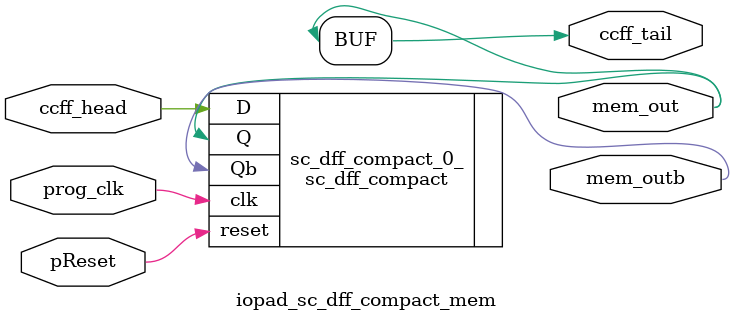
<source format=v>
`timescale 1ns / 1ps

module mux_2level_tapbuf_size6_mem(pReset,
                                   prog_clk,
                                   ccff_head,
                                   ccff_tail,
                                   mem_out,
                                   mem_outb);
//----- GLOBAL PORTS -----
input [0:0] pReset;
//----- GLOBAL PORTS -----
input [0:0] prog_clk;
//----- INPUT PORTS -----
input [0:0] ccff_head;
//----- OUTPUT PORTS -----
output [0:0] ccff_tail;
//----- OUTPUT PORTS -----
output [0:5] mem_out;
//----- OUTPUT PORTS -----
output [0:5] mem_outb;

//----- BEGIN wire-connection ports -----
//----- END wire-connection ports -----


//----- BEGIN Registered ports -----
//----- END Registered ports -----



// ----- BEGIN Local short connections -----
// ----- END Local short connections -----
// ----- BEGIN Local output short connections -----
	assign ccff_tail[0] = mem_out[5];
// ----- END Local output short connections -----

	sc_dff_compact sc_dff_compact_0_ (
		.reset(pReset[0]),
		.clk(prog_clk[0]),
		.D(ccff_head[0]),
		.Q(mem_out[0]),
		.Qb(mem_outb[0]));

	sc_dff_compact sc_dff_compact_1_ (
		.reset(pReset[0]),
		.clk(prog_clk[0]),
		.D(mem_out[0]),
		.Q(mem_out[1]),
		.Qb(mem_outb[1]));

	sc_dff_compact sc_dff_compact_2_ (
		.reset(pReset[0]),
		.clk(prog_clk[0]),
		.D(mem_out[1]),
		.Q(mem_out[2]),
		.Qb(mem_outb[2]));

	sc_dff_compact sc_dff_compact_3_ (
		.reset(pReset[0]),
		.clk(prog_clk[0]),
		.D(mem_out[2]),
		.Q(mem_out[3]),
		.Qb(mem_outb[3]));

	sc_dff_compact sc_dff_compact_4_ (
		.reset(pReset[0]),
		.clk(prog_clk[0]),
		.D(mem_out[3]),
		.Q(mem_out[4]),
		.Qb(mem_outb[4]));

	sc_dff_compact sc_dff_compact_5_ (
		.reset(pReset[0]),
		.clk(prog_clk[0]),
		.D(mem_out[4]),
		.Q(mem_out[5]),
		.Qb(mem_outb[5]));

endmodule
// ----- END Verilog module for mux_2level_tapbuf_size6_mem -----



// ----- Verilog module for mux_2level_tapbuf_size2_mem -----
module mux_2level_tapbuf_size2_mem(pReset,
                                   prog_clk,
                                   ccff_head,
                                   ccff_tail,
                                   mem_out,
                                   mem_outb);
//----- GLOBAL PORTS -----
input [0:0] pReset;
//----- GLOBAL PORTS -----
input [0:0] prog_clk;
//----- INPUT PORTS -----
input [0:0] ccff_head;
//----- OUTPUT PORTS -----
output [0:0] ccff_tail;
//----- OUTPUT PORTS -----
output [0:1] mem_out;
//----- OUTPUT PORTS -----
output [0:1] mem_outb;

//----- BEGIN wire-connection ports -----
//----- END wire-connection ports -----


//----- BEGIN Registered ports -----
//----- END Registered ports -----



// ----- BEGIN Local short connections -----
// ----- END Local short connections -----
// ----- BEGIN Local output short connections -----
	assign ccff_tail[0] = mem_out[1];
// ----- END Local output short connections -----

	sc_dff_compact sc_dff_compact_0_ (
		.reset(pReset[0]),
		.clk(prog_clk[0]),
		.D(ccff_head[0]),
		.Q(mem_out[0]),
		.Qb(mem_outb[0]));

	sc_dff_compact sc_dff_compact_1_ (
		.reset(pReset[0]),
		.clk(prog_clk[0]),
		.D(mem_out[0]),
		.Q(mem_out[1]),
		.Qb(mem_outb[1]));

endmodule
// ----- END Verilog module for mux_2level_tapbuf_size2_mem -----



// ----- Verilog module for mux_2level_tapbuf_size8_mem -----
module mux_2level_tapbuf_size8_mem(pReset,
                                   prog_clk,
                                   ccff_head,
                                   ccff_tail,
                                   mem_out,
                                   mem_outb);
//----- GLOBAL PORTS -----
input [0:0] pReset;
//----- GLOBAL PORTS -----
input [0:0] prog_clk;
//----- INPUT PORTS -----
input [0:0] ccff_head;
//----- OUTPUT PORTS -----
output [0:0] ccff_tail;
//----- OUTPUT PORTS -----
output [0:5] mem_out;
//----- OUTPUT PORTS -----
output [0:5] mem_outb;

//----- BEGIN wire-connection ports -----
//----- END wire-connection ports -----


//----- BEGIN Registered ports -----
//----- END Registered ports -----



// ----- BEGIN Local short connections -----
// ----- END Local short connections -----
// ----- BEGIN Local output short connections -----
	assign ccff_tail[0] = mem_out[5];
// ----- END Local output short connections -----

	sc_dff_compact sc_dff_compact_0_ (
		.reset(pReset[0]),
		.clk(prog_clk[0]),
		.D(ccff_head[0]),
		.Q(mem_out[0]),
		.Qb(mem_outb[0]));

	sc_dff_compact sc_dff_compact_1_ (
		.reset(pReset[0]),
		.clk(prog_clk[0]),
		.D(mem_out[0]),
		.Q(mem_out[1]),
		.Qb(mem_outb[1]));

	sc_dff_compact sc_dff_compact_2_ (
		.reset(pReset[0]),
		.clk(prog_clk[0]),
		.D(mem_out[1]),
		.Q(mem_out[2]),
		.Qb(mem_outb[2]));

	sc_dff_compact sc_dff_compact_3_ (
		.reset(pReset[0]),
		.clk(prog_clk[0]),
		.D(mem_out[2]),
		.Q(mem_out[3]),
		.Qb(mem_outb[3]));

	sc_dff_compact sc_dff_compact_4_ (
		.reset(pReset[0]),
		.clk(prog_clk[0]),
		.D(mem_out[3]),
		.Q(mem_out[4]),
		.Qb(mem_outb[4]));

	sc_dff_compact sc_dff_compact_5_ (
		.reset(pReset[0]),
		.clk(prog_clk[0]),
		.D(mem_out[4]),
		.Q(mem_out[5]),
		.Qb(mem_outb[5]));

endmodule
// ----- END Verilog module for mux_2level_tapbuf_size8_mem -----



// ----- Verilog module for mux_2level_tapbuf_size9_mem -----
module mux_2level_tapbuf_size9_mem(pReset,
                                   prog_clk,
                                   ccff_head,
                                   ccff_tail,
                                   mem_out,
                                   mem_outb);
//----- GLOBAL PORTS -----
input [0:0] pReset;
//----- GLOBAL PORTS -----
input [0:0] prog_clk;
//----- INPUT PORTS -----
input [0:0] ccff_head;
//----- OUTPUT PORTS -----
output [0:0] ccff_tail;
//----- OUTPUT PORTS -----
output [0:7] mem_out;
//----- OUTPUT PORTS -----
output [0:7] mem_outb;

//----- BEGIN wire-connection ports -----
//----- END wire-connection ports -----


//----- BEGIN Registered ports -----
//----- END Registered ports -----



// ----- BEGIN Local short connections -----
// ----- END Local short connections -----
// ----- BEGIN Local output short connections -----
	assign ccff_tail[0] = mem_out[7];
// ----- END Local output short connections -----

	sc_dff_compact sc_dff_compact_0_ (
		.reset(pReset[0]),
		.clk(prog_clk[0]),
		.D(ccff_head[0]),
		.Q(mem_out[0]),
		.Qb(mem_outb[0]));

	sc_dff_compact sc_dff_compact_1_ (
		.reset(pReset[0]),
		.clk(prog_clk[0]),
		.D(mem_out[0]),
		.Q(mem_out[1]),
		.Qb(mem_outb[1]));

	sc_dff_compact sc_dff_compact_2_ (
		.reset(pReset[0]),
		.clk(prog_clk[0]),
		.D(mem_out[1]),
		.Q(mem_out[2]),
		.Qb(mem_outb[2]));

	sc_dff_compact sc_dff_compact_3_ (
		.reset(pReset[0]),
		.clk(prog_clk[0]),
		.D(mem_out[2]),
		.Q(mem_out[3]),
		.Qb(mem_outb[3]));

	sc_dff_compact sc_dff_compact_4_ (
		.reset(pReset[0]),
		.clk(prog_clk[0]),
		.D(mem_out[3]),
		.Q(mem_out[4]),
		.Qb(mem_outb[4]));

	sc_dff_compact sc_dff_compact_5_ (
		.reset(pReset[0]),
		.clk(prog_clk[0]),
		.D(mem_out[4]),
		.Q(mem_out[5]),
		.Qb(mem_outb[5]));

	sc_dff_compact sc_dff_compact_6_ (
		.reset(pReset[0]),
		.clk(prog_clk[0]),
		.D(mem_out[5]),
		.Q(mem_out[6]),
		.Qb(mem_outb[6]));

	sc_dff_compact sc_dff_compact_7_ (
		.reset(pReset[0]),
		.clk(prog_clk[0]),
		.D(mem_out[6]),
		.Q(mem_out[7]),
		.Qb(mem_outb[7]));

endmodule
// ----- END Verilog module for mux_2level_tapbuf_size9_mem -----



// ----- Verilog module for mux_2level_tapbuf_size3_mem -----
module mux_2level_tapbuf_size3_mem(pReset,
                                   prog_clk,
                                   ccff_head,
                                   ccff_tail,
                                   mem_out,
                                   mem_outb);
//----- GLOBAL PORTS -----
input [0:0] pReset;
//----- GLOBAL PORTS -----
input [0:0] prog_clk;
//----- INPUT PORTS -----
input [0:0] ccff_head;
//----- OUTPUT PORTS -----
output [0:0] ccff_tail;
//----- OUTPUT PORTS -----
output [0:1] mem_out;
//----- OUTPUT PORTS -----
output [0:1] mem_outb;

//----- BEGIN wire-connection ports -----
//----- END wire-connection ports -----


//----- BEGIN Registered ports -----
//----- END Registered ports -----



// ----- BEGIN Local short connections -----
// ----- END Local short connections -----
// ----- BEGIN Local output short connections -----
	assign ccff_tail[0] = mem_out[1];
// ----- END Local output short connections -----

	sc_dff_compact sc_dff_compact_0_ (
		.reset(pReset[0]),
		.clk(prog_clk[0]),
		.D(ccff_head[0]),
		.Q(mem_out[0]),
		.Qb(mem_outb[0]));

	sc_dff_compact sc_dff_compact_1_ (
		.reset(pReset[0]),
		.clk(prog_clk[0]),
		.D(mem_out[0]),
		.Q(mem_out[1]),
		.Qb(mem_outb[1]));

endmodule
// ----- END Verilog module for mux_2level_tapbuf_size3_mem -----



// ----- Verilog module for mux_2level_tapbuf_size5_mem -----
module mux_2level_tapbuf_size5_mem(pReset,
                                   prog_clk,
                                   ccff_head,
                                   ccff_tail,
                                   mem_out,
                                   mem_outb);
//----- GLOBAL PORTS -----
input [0:0] pReset;
//----- GLOBAL PORTS -----
input [0:0] prog_clk;
//----- INPUT PORTS -----
input [0:0] ccff_head;
//----- OUTPUT PORTS -----
output [0:0] ccff_tail;
//----- OUTPUT PORTS -----
output [0:5] mem_out;
//----- OUTPUT PORTS -----
output [0:5] mem_outb;

//----- BEGIN wire-connection ports -----
//----- END wire-connection ports -----


//----- BEGIN Registered ports -----
//----- END Registered ports -----



// ----- BEGIN Local short connections -----
// ----- END Local short connections -----
// ----- BEGIN Local output short connections -----
	assign ccff_tail[0] = mem_out[5];
// ----- END Local output short connections -----

	sc_dff_compact sc_dff_compact_0_ (
		.reset(pReset[0]),
		.clk(prog_clk[0]),
		.D(ccff_head[0]),
		.Q(mem_out[0]),
		.Qb(mem_outb[0]));

	sc_dff_compact sc_dff_compact_1_ (
		.reset(pReset[0]),
		.clk(prog_clk[0]),
		.D(mem_out[0]),
		.Q(mem_out[1]),
		.Qb(mem_outb[1]));

	sc_dff_compact sc_dff_compact_2_ (
		.reset(pReset[0]),
		.clk(prog_clk[0]),
		.D(mem_out[1]),
		.Q(mem_out[2]),
		.Qb(mem_outb[2]));

	sc_dff_compact sc_dff_compact_3_ (
		.reset(pReset[0]),
		.clk(prog_clk[0]),
		.D(mem_out[2]),
		.Q(mem_out[3]),
		.Qb(mem_outb[3]));

	sc_dff_compact sc_dff_compact_4_ (
		.reset(pReset[0]),
		.clk(prog_clk[0]),
		.D(mem_out[3]),
		.Q(mem_out[4]),
		.Qb(mem_outb[4]));

	sc_dff_compact sc_dff_compact_5_ (
		.reset(pReset[0]),
		.clk(prog_clk[0]),
		.D(mem_out[4]),
		.Q(mem_out[5]),
		.Qb(mem_outb[5]));

endmodule
// ----- END Verilog module for mux_2level_tapbuf_size5_mem -----



// ----- Verilog module for mux_2level_tapbuf_size4_mem -----
module mux_2level_tapbuf_size4_mem(pReset,
                                   prog_clk,
                                   ccff_head,
                                   ccff_tail,
                                   mem_out,
                                   mem_outb);
//----- GLOBAL PORTS -----
input [0:0] pReset;
//----- GLOBAL PORTS -----
input [0:0] prog_clk;
//----- INPUT PORTS -----
input [0:0] ccff_head;
//----- OUTPUT PORTS -----
output [0:0] ccff_tail;
//----- OUTPUT PORTS -----
output [0:5] mem_out;
//----- OUTPUT PORTS -----
output [0:5] mem_outb;

//----- BEGIN wire-connection ports -----
//----- END wire-connection ports -----


//----- BEGIN Registered ports -----
//----- END Registered ports -----



// ----- BEGIN Local short connections -----
// ----- END Local short connections -----
// ----- BEGIN Local output short connections -----
	assign ccff_tail[0] = mem_out[5];
// ----- END Local output short connections -----

	sc_dff_compact sc_dff_compact_0_ (
		.reset(pReset[0]),
		.clk(prog_clk[0]),
		.D(ccff_head[0]),
		.Q(mem_out[0]),
		.Qb(mem_outb[0]));

	sc_dff_compact sc_dff_compact_1_ (
		.reset(pReset[0]),
		.clk(prog_clk[0]),
		.D(mem_out[0]),
		.Q(mem_out[1]),
		.Qb(mem_outb[1]));

	sc_dff_compact sc_dff_compact_2_ (
		.reset(pReset[0]),
		.clk(prog_clk[0]),
		.D(mem_out[1]),
		.Q(mem_out[2]),
		.Qb(mem_outb[2]));

	sc_dff_compact sc_dff_compact_3_ (
		.reset(pReset[0]),
		.clk(prog_clk[0]),
		.D(mem_out[2]),
		.Q(mem_out[3]),
		.Qb(mem_outb[3]));

	sc_dff_compact sc_dff_compact_4_ (
		.reset(pReset[0]),
		.clk(prog_clk[0]),
		.D(mem_out[3]),
		.Q(mem_out[4]),
		.Qb(mem_outb[4]));

	sc_dff_compact sc_dff_compact_5_ (
		.reset(pReset[0]),
		.clk(prog_clk[0]),
		.D(mem_out[4]),
		.Q(mem_out[5]),
		.Qb(mem_outb[5]));

endmodule
// ----- END Verilog module for mux_2level_tapbuf_size4_mem -----



// ----- Verilog module for mux_2level_size14_mem -----
module mux_2level_size14_mem(pReset,
                             prog_clk,
                             ccff_head,
                             ccff_tail,
                             mem_out,
                             mem_outb);
//----- GLOBAL PORTS -----
input [0:0] pReset;
//----- GLOBAL PORTS -----
input [0:0] prog_clk;
//----- INPUT PORTS -----
input [0:0] ccff_head;
//----- OUTPUT PORTS -----
output [0:0] ccff_tail;
//----- OUTPUT PORTS -----
output [0:7] mem_out;
//----- OUTPUT PORTS -----
output [0:7] mem_outb;

//----- BEGIN wire-connection ports -----
//----- END wire-connection ports -----


//----- BEGIN Registered ports -----
//----- END Registered ports -----



// ----- BEGIN Local short connections -----
// ----- END Local short connections -----
// ----- BEGIN Local output short connections -----
	assign ccff_tail[0] = mem_out[7];
// ----- END Local output short connections -----

	sc_dff_compact sc_dff_compact_0_ (
		.reset(pReset[0]),
		.clk(prog_clk[0]),
		.D(ccff_head[0]),
		.Q(mem_out[0]),
		.Qb(mem_outb[0]));

	sc_dff_compact sc_dff_compact_1_ (
		.reset(pReset[0]),
		.clk(prog_clk[0]),
		.D(mem_out[0]),
		.Q(mem_out[1]),
		.Qb(mem_outb[1]));

	sc_dff_compact sc_dff_compact_2_ (
		.reset(pReset[0]),
		.clk(prog_clk[0]),
		.D(mem_out[1]),
		.Q(mem_out[2]),
		.Qb(mem_outb[2]));

	sc_dff_compact sc_dff_compact_3_ (
		.reset(pReset[0]),
		.clk(prog_clk[0]),
		.D(mem_out[2]),
		.Q(mem_out[3]),
		.Qb(mem_outb[3]));

	sc_dff_compact sc_dff_compact_4_ (
		.reset(pReset[0]),
		.clk(prog_clk[0]),
		.D(mem_out[3]),
		.Q(mem_out[4]),
		.Qb(mem_outb[4]));

	sc_dff_compact sc_dff_compact_5_ (
		.reset(pReset[0]),
		.clk(prog_clk[0]),
		.D(mem_out[4]),
		.Q(mem_out[5]),
		.Qb(mem_outb[5]));

	sc_dff_compact sc_dff_compact_6_ (
		.reset(pReset[0]),
		.clk(prog_clk[0]),
		.D(mem_out[5]),
		.Q(mem_out[6]),
		.Qb(mem_outb[6]));

	sc_dff_compact sc_dff_compact_7_ (
		.reset(pReset[0]),
		.clk(prog_clk[0]),
		.D(mem_out[6]),
		.Q(mem_out[7]),
		.Qb(mem_outb[7]));

endmodule
// ----- END Verilog module for mux_2level_size14_mem -----



// ----- Verilog module for mux_1level_tapbuf_size2_mem -----
module mux_1level_tapbuf_size2_mem(pReset,
                                   prog_clk,
                                   ccff_head,
                                   ccff_tail,
                                   mem_out,
                                   mem_outb);
//----- GLOBAL PORTS -----
input [0:0] pReset;
//----- GLOBAL PORTS -----
input [0:0] prog_clk;
//----- INPUT PORTS -----
input [0:0] ccff_head;
//----- OUTPUT PORTS -----
output [0:0] ccff_tail;
//----- OUTPUT PORTS -----
output [0:2] mem_out;
//----- OUTPUT PORTS -----
output [0:2] mem_outb;

//----- BEGIN wire-connection ports -----
//----- END wire-connection ports -----


//----- BEGIN Registered ports -----
//----- END Registered ports -----



// ----- BEGIN Local short connections -----
// ----- END Local short connections -----
// ----- BEGIN Local output short connections -----
	assign ccff_tail[0] = mem_out[2];
// ----- END Local output short connections -----

	sc_dff_compact sc_dff_compact_0_ (
		.reset(pReset[0]),
		.clk(prog_clk[0]),
		.D(ccff_head[0]),
		.Q(mem_out[0]),
		.Qb(mem_outb[0]));

	sc_dff_compact sc_dff_compact_1_ (
		.reset(pReset[0]),
		.clk(prog_clk[0]),
		.D(mem_out[0]),
		.Q(mem_out[1]),
		.Qb(mem_outb[1]));

	sc_dff_compact sc_dff_compact_2_ (
		.reset(pReset[0]),
		.clk(prog_clk[0]),
		.D(mem_out[1]),
		.Q(mem_out[2]),
		.Qb(mem_outb[2]));

endmodule
// ----- END Verilog module for mux_1level_tapbuf_size2_mem -----



// ----- Verilog module for lut4_sc_dff_compact_mem -----
module lut4_sc_dff_compact_mem(pReset,
                               prog_clk,
                               ccff_head,
                               ccff_tail,
                               mem_out,
                               mem_outb);
//----- GLOBAL PORTS -----
input [0:0] pReset;
//----- GLOBAL PORTS -----
input [0:0] prog_clk;
//----- INPUT PORTS -----
input [0:0] ccff_head;
//----- OUTPUT PORTS -----
output [0:0] ccff_tail;
//----- OUTPUT PORTS -----
output [0:15] mem_out;
//----- OUTPUT PORTS -----
output [0:15] mem_outb;

//----- BEGIN wire-connection ports -----
//----- END wire-connection ports -----


//----- BEGIN Registered ports -----
//----- END Registered ports -----



// ----- BEGIN Local short connections -----
// ----- END Local short connections -----
// ----- BEGIN Local output short connections -----
	assign ccff_tail[0] = mem_out[15];
// ----- END Local output short connections -----

	sc_dff_compact sc_dff_compact_0_ (
		.reset(pReset[0]),
		.clk(prog_clk[0]),
		.D(ccff_head[0]),
		.Q(mem_out[0]),
		.Qb(mem_outb[0]));

	sc_dff_compact sc_dff_compact_1_ (
		.reset(pReset[0]),
		.clk(prog_clk[0]),
		.D(mem_out[0]),
		.Q(mem_out[1]),
		.Qb(mem_outb[1]));

	sc_dff_compact sc_dff_compact_2_ (
		.reset(pReset[0]),
		.clk(prog_clk[0]),
		.D(mem_out[1]),
		.Q(mem_out[2]),
		.Qb(mem_outb[2]));

	sc_dff_compact sc_dff_compact_3_ (
		.reset(pReset[0]),
		.clk(prog_clk[0]),
		.D(mem_out[2]),
		.Q(mem_out[3]),
		.Qb(mem_outb[3]));

	sc_dff_compact sc_dff_compact_4_ (
		.reset(pReset[0]),
		.clk(prog_clk[0]),
		.D(mem_out[3]),
		.Q(mem_out[4]),
		.Qb(mem_outb[4]));

	sc_dff_compact sc_dff_compact_5_ (
		.reset(pReset[0]),
		.clk(prog_clk[0]),
		.D(mem_out[4]),
		.Q(mem_out[5]),
		.Qb(mem_outb[5]));

	sc_dff_compact sc_dff_compact_6_ (
		.reset(pReset[0]),
		.clk(prog_clk[0]),
		.D(mem_out[5]),
		.Q(mem_out[6]),
		.Qb(mem_outb[6]));

	sc_dff_compact sc_dff_compact_7_ (
		.reset(pReset[0]),
		.clk(prog_clk[0]),
		.D(mem_out[6]),
		.Q(mem_out[7]),
		.Qb(mem_outb[7]));

	sc_dff_compact sc_dff_compact_8_ (
		.reset(pReset[0]),
		.clk(prog_clk[0]),
		.D(mem_out[7]),
		.Q(mem_out[8]),
		.Qb(mem_outb[8]));

	sc_dff_compact sc_dff_compact_9_ (
		.reset(pReset[0]),
		.clk(prog_clk[0]),
		.D(mem_out[8]),
		.Q(mem_out[9]),
		.Qb(mem_outb[9]));

	sc_dff_compact sc_dff_compact_10_ (
		.reset(pReset[0]),
		.clk(prog_clk[0]),
		.D(mem_out[9]),
		.Q(mem_out[10]),
		.Qb(mem_outb[10]));

	sc_dff_compact sc_dff_compact_11_ (
		.reset(pReset[0]),
		.clk(prog_clk[0]),
		.D(mem_out[10]),
		.Q(mem_out[11]),
		.Qb(mem_outb[11]));

	sc_dff_compact sc_dff_compact_12_ (
		.reset(pReset[0]),
		.clk(prog_clk[0]),
		.D(mem_out[11]),
		.Q(mem_out[12]),
		.Qb(mem_outb[12]));

	sc_dff_compact sc_dff_compact_13_ (
		.reset(pReset[0]),
		.clk(prog_clk[0]),
		.D(mem_out[12]),
		.Q(mem_out[13]),
		.Qb(mem_outb[13]));

	sc_dff_compact sc_dff_compact_14_ (
		.reset(pReset[0]),
		.clk(prog_clk[0]),
		.D(mem_out[13]),
		.Q(mem_out[14]),
		.Qb(mem_outb[14]));

	sc_dff_compact sc_dff_compact_15_ (
		.reset(pReset[0]),
		.clk(prog_clk[0]),
		.D(mem_out[14]),
		.Q(mem_out[15]),
		.Qb(mem_outb[15]));

endmodule
// ----- END Verilog module for lut4_sc_dff_compact_mem -----



// ----- Verilog module for iopad_sc_dff_compact_mem -----
module iopad_sc_dff_compact_mem(pReset,
                                prog_clk,
                                ccff_head,
                                ccff_tail,
                                mem_out,
                                mem_outb);
//----- GLOBAL PORTS -----
input [0:0] pReset;
//----- GLOBAL PORTS -----
input [0:0] prog_clk;
//----- INPUT PORTS -----
input [0:0] ccff_head;
//----- OUTPUT PORTS -----
output [0:0] ccff_tail;
//----- OUTPUT PORTS -----
output [0:0] mem_out;
//----- OUTPUT PORTS -----
output [0:0] mem_outb;

//----- BEGIN wire-connection ports -----
//----- END wire-connection ports -----


//----- BEGIN Registered ports -----
//----- END Registered ports -----



// ----- BEGIN Local short connections -----
// ----- END Local short connections -----
// ----- BEGIN Local output short connections -----
	assign ccff_tail[0] = mem_out[0];
// ----- END Local output short connections -----

	sc_dff_compact sc_dff_compact_0_ (
		.reset(pReset[0]),
		.clk(prog_clk[0]),
		.D(ccff_head[0]),
		.Q(mem_out[0]),
		.Qb(mem_outb[0]));

endmodule
// ----- END Verilog module for iopad_sc_dff_compact_mem -----




</source>
